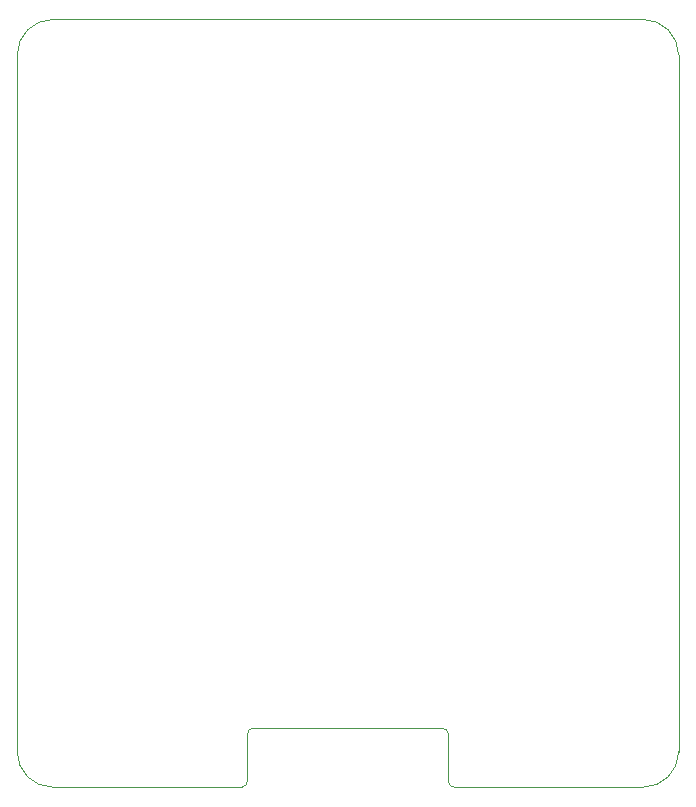
<source format=gm1>
G04 #@! TF.GenerationSoftware,KiCad,Pcbnew,5.1.9*
G04 #@! TF.CreationDate,2021-04-12T13:30:16-03:00*
G04 #@! TF.ProjectId,Piprogrammer,50697072-6f67-4726-916d-6d65722e6b69,rev?*
G04 #@! TF.SameCoordinates,Original*
G04 #@! TF.FileFunction,Profile,NP*
%FSLAX46Y46*%
G04 Gerber Fmt 4.6, Leading zero omitted, Abs format (unit mm)*
G04 Created by KiCad (PCBNEW 5.1.9) date 2021-04-12 13:30:16*
%MOMM*%
%LPD*%
G01*
G04 APERTURE LIST*
G04 #@! TA.AperFunction,Profile*
%ADD10C,0.100000*%
G04 #@! TD*
G04 APERTURE END LIST*
D10*
X236950001Y-149450873D02*
G75*
G03*
X237450000Y-149950000I499999J873D01*
G01*
X236950000Y-145450000D02*
G75*
G03*
X236450000Y-144950000I-500000J0D01*
G01*
X219450000Y-149950000D02*
G75*
G03*
X219950000Y-149450000I0J500000D01*
G01*
X220450000Y-144950000D02*
G75*
G03*
X219950000Y-145450000I0J-500000D01*
G01*
X203450000Y-149950000D02*
X219450000Y-149950000D01*
X203450000Y-84950000D02*
G75*
G03*
X200450000Y-87950000I0J-3000000D01*
G01*
X256450000Y-87950000D02*
G75*
G03*
X253450000Y-84950000I-3000000J0D01*
G01*
X253450000Y-149950000D02*
G75*
G03*
X256450000Y-146950000I0J3000000D01*
G01*
X200450000Y-146950000D02*
G75*
G03*
X203450000Y-149950000I3000000J0D01*
G01*
X200450000Y-87950000D02*
X200450000Y-146950000D01*
X236950000Y-145450000D02*
X236950000Y-149450000D01*
X220450000Y-144950000D02*
X236450000Y-144950000D01*
X219950000Y-149450000D02*
X219950000Y-145450000D01*
X253450000Y-84950000D02*
X203450000Y-84950000D01*
X256450000Y-146950000D02*
X256450000Y-87950000D01*
X237450000Y-149950000D02*
X253450000Y-149950000D01*
M02*

</source>
